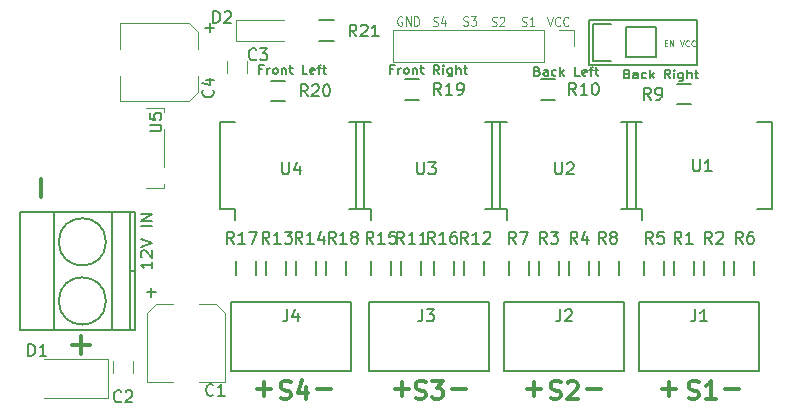
<source format=gto>
G04 #@! TF.FileFunction,Legend,Top*
%FSLAX46Y46*%
G04 Gerber Fmt 4.6, Leading zero omitted, Abs format (unit mm)*
G04 Created by KiCad (PCBNEW 4.0.6+dfsg1-1) date Mon Feb 26 19:53:53 2018*
%MOMM*%
%LPD*%
G01*
G04 APERTURE LIST*
%ADD10C,0.100000*%
%ADD11C,0.300000*%
%ADD12C,0.200000*%
%ADD13C,0.125000*%
%ADD14C,0.175000*%
%ADD15C,0.150000*%
%ADD16C,0.120000*%
G04 APERTURE END LIST*
D10*
D11*
X2083417Y17734375D02*
X2083417Y19258185D01*
D12*
X48474560Y32771280D02*
X48474560Y28971280D01*
X57674560Y32771280D02*
X48474560Y32771280D01*
X57674560Y28971280D02*
X57674560Y32771280D01*
X48474560Y28971280D02*
X57674560Y28971280D01*
D13*
X54900751Y30806994D02*
X55067417Y30806994D01*
X55138846Y30545090D02*
X54900751Y30545090D01*
X54900751Y31045090D01*
X55138846Y31045090D01*
X55353132Y30545090D02*
X55353132Y31045090D01*
X55638846Y30545090D01*
X55638846Y31045090D01*
X56186465Y31045090D02*
X56353132Y30545090D01*
X56519798Y31045090D01*
X56972179Y30592709D02*
X56948369Y30568899D01*
X56876941Y30545090D01*
X56829322Y30545090D01*
X56757893Y30568899D01*
X56710274Y30616518D01*
X56686465Y30664137D01*
X56662655Y30759375D01*
X56662655Y30830804D01*
X56686465Y30926042D01*
X56710274Y30973661D01*
X56757893Y31021280D01*
X56829322Y31045090D01*
X56876941Y31045090D01*
X56948369Y31021280D01*
X56972179Y30997470D01*
X57472179Y30592709D02*
X57448369Y30568899D01*
X57376941Y30545090D01*
X57329322Y30545090D01*
X57257893Y30568899D01*
X57210274Y30616518D01*
X57186465Y30664137D01*
X57162655Y30759375D01*
X57162655Y30830804D01*
X57186465Y30926042D01*
X57210274Y30973661D01*
X57257893Y31021280D01*
X57329322Y31045090D01*
X57376941Y31045090D01*
X57448369Y31021280D01*
X57472179Y30997470D01*
D14*
X31938749Y28579280D02*
X31672082Y28579280D01*
X31672082Y28212613D02*
X31672082Y28912613D01*
X32053035Y28912613D01*
X32357796Y28212613D02*
X32357796Y28679280D01*
X32357796Y28545947D02*
X32395891Y28612613D01*
X32433987Y28645947D01*
X32510177Y28679280D01*
X32586368Y28679280D01*
X32967320Y28212613D02*
X32891129Y28245947D01*
X32853034Y28279280D01*
X32814939Y28345947D01*
X32814939Y28545947D01*
X32853034Y28612613D01*
X32891129Y28645947D01*
X32967320Y28679280D01*
X33081606Y28679280D01*
X33157796Y28645947D01*
X33195891Y28612613D01*
X33233987Y28545947D01*
X33233987Y28345947D01*
X33195891Y28279280D01*
X33157796Y28245947D01*
X33081606Y28212613D01*
X32967320Y28212613D01*
X33576844Y28679280D02*
X33576844Y28212613D01*
X33576844Y28612613D02*
X33614939Y28645947D01*
X33691130Y28679280D01*
X33805416Y28679280D01*
X33881606Y28645947D01*
X33919701Y28579280D01*
X33919701Y28212613D01*
X34186368Y28679280D02*
X34491130Y28679280D01*
X34300654Y28912613D02*
X34300654Y28312613D01*
X34338749Y28245947D01*
X34414940Y28212613D01*
X34491130Y28212613D01*
X35824464Y28212613D02*
X35557797Y28545947D01*
X35367321Y28212613D02*
X35367321Y28912613D01*
X35672083Y28912613D01*
X35748274Y28879280D01*
X35786369Y28845947D01*
X35824464Y28779280D01*
X35824464Y28679280D01*
X35786369Y28612613D01*
X35748274Y28579280D01*
X35672083Y28545947D01*
X35367321Y28545947D01*
X36167321Y28212613D02*
X36167321Y28679280D01*
X36167321Y28912613D02*
X36129226Y28879280D01*
X36167321Y28845947D01*
X36205416Y28879280D01*
X36167321Y28912613D01*
X36167321Y28845947D01*
X36891130Y28679280D02*
X36891130Y28112613D01*
X36853035Y28045947D01*
X36814940Y28012613D01*
X36738749Y27979280D01*
X36624464Y27979280D01*
X36548273Y28012613D01*
X36891130Y28245947D02*
X36814940Y28212613D01*
X36662559Y28212613D01*
X36586368Y28245947D01*
X36548273Y28279280D01*
X36510178Y28345947D01*
X36510178Y28545947D01*
X36548273Y28612613D01*
X36586368Y28645947D01*
X36662559Y28679280D01*
X36814940Y28679280D01*
X36891130Y28645947D01*
X37272083Y28212613D02*
X37272083Y28912613D01*
X37614940Y28212613D02*
X37614940Y28579280D01*
X37576845Y28645947D01*
X37500655Y28679280D01*
X37386369Y28679280D01*
X37310178Y28645947D01*
X37272083Y28612613D01*
X37881607Y28679280D02*
X38186369Y28679280D01*
X37995893Y28912613D02*
X37995893Y28312613D01*
X38033988Y28245947D01*
X38110179Y28212613D01*
X38186369Y28212613D01*
X51725321Y28198280D02*
X51839607Y28164947D01*
X51877702Y28131613D01*
X51915797Y28064947D01*
X51915797Y27964947D01*
X51877702Y27898280D01*
X51839607Y27864947D01*
X51763416Y27831613D01*
X51458654Y27831613D01*
X51458654Y28531613D01*
X51725321Y28531613D01*
X51801511Y28498280D01*
X51839607Y28464947D01*
X51877702Y28398280D01*
X51877702Y28331613D01*
X51839607Y28264947D01*
X51801511Y28231613D01*
X51725321Y28198280D01*
X51458654Y28198280D01*
X52601511Y27831613D02*
X52601511Y28198280D01*
X52563416Y28264947D01*
X52487226Y28298280D01*
X52334845Y28298280D01*
X52258654Y28264947D01*
X52601511Y27864947D02*
X52525321Y27831613D01*
X52334845Y27831613D01*
X52258654Y27864947D01*
X52220559Y27931613D01*
X52220559Y27998280D01*
X52258654Y28064947D01*
X52334845Y28098280D01*
X52525321Y28098280D01*
X52601511Y28131613D01*
X53325321Y27864947D02*
X53249131Y27831613D01*
X53096750Y27831613D01*
X53020559Y27864947D01*
X52982464Y27898280D01*
X52944369Y27964947D01*
X52944369Y28164947D01*
X52982464Y28231613D01*
X53020559Y28264947D01*
X53096750Y28298280D01*
X53249131Y28298280D01*
X53325321Y28264947D01*
X53668178Y27831613D02*
X53668178Y28531613D01*
X53744369Y28098280D02*
X53972940Y27831613D01*
X53972940Y28298280D02*
X53668178Y28031613D01*
X55382464Y27831613D02*
X55115797Y28164947D01*
X54925321Y27831613D02*
X54925321Y28531613D01*
X55230083Y28531613D01*
X55306274Y28498280D01*
X55344369Y28464947D01*
X55382464Y28398280D01*
X55382464Y28298280D01*
X55344369Y28231613D01*
X55306274Y28198280D01*
X55230083Y28164947D01*
X54925321Y28164947D01*
X55725321Y27831613D02*
X55725321Y28298280D01*
X55725321Y28531613D02*
X55687226Y28498280D01*
X55725321Y28464947D01*
X55763416Y28498280D01*
X55725321Y28531613D01*
X55725321Y28464947D01*
X56449130Y28298280D02*
X56449130Y27731613D01*
X56411035Y27664947D01*
X56372940Y27631613D01*
X56296749Y27598280D01*
X56182464Y27598280D01*
X56106273Y27631613D01*
X56449130Y27864947D02*
X56372940Y27831613D01*
X56220559Y27831613D01*
X56144368Y27864947D01*
X56106273Y27898280D01*
X56068178Y27964947D01*
X56068178Y28164947D01*
X56106273Y28231613D01*
X56144368Y28264947D01*
X56220559Y28298280D01*
X56372940Y28298280D01*
X56449130Y28264947D01*
X56830083Y27831613D02*
X56830083Y28531613D01*
X57172940Y27831613D02*
X57172940Y28198280D01*
X57134845Y28264947D01*
X57058655Y28298280D01*
X56944369Y28298280D01*
X56868178Y28264947D01*
X56830083Y28231613D01*
X57439607Y28298280D02*
X57744369Y28298280D01*
X57553893Y28531613D02*
X57553893Y27931613D01*
X57591988Y27864947D01*
X57668179Y27831613D01*
X57744369Y27831613D01*
X44117417Y28421280D02*
X44231703Y28387947D01*
X44269798Y28354613D01*
X44307893Y28287947D01*
X44307893Y28187947D01*
X44269798Y28121280D01*
X44231703Y28087947D01*
X44155512Y28054613D01*
X43850750Y28054613D01*
X43850750Y28754613D01*
X44117417Y28754613D01*
X44193607Y28721280D01*
X44231703Y28687947D01*
X44269798Y28621280D01*
X44269798Y28554613D01*
X44231703Y28487947D01*
X44193607Y28454613D01*
X44117417Y28421280D01*
X43850750Y28421280D01*
X44993607Y28054613D02*
X44993607Y28421280D01*
X44955512Y28487947D01*
X44879322Y28521280D01*
X44726941Y28521280D01*
X44650750Y28487947D01*
X44993607Y28087947D02*
X44917417Y28054613D01*
X44726941Y28054613D01*
X44650750Y28087947D01*
X44612655Y28154613D01*
X44612655Y28221280D01*
X44650750Y28287947D01*
X44726941Y28321280D01*
X44917417Y28321280D01*
X44993607Y28354613D01*
X45717417Y28087947D02*
X45641227Y28054613D01*
X45488846Y28054613D01*
X45412655Y28087947D01*
X45374560Y28121280D01*
X45336465Y28187947D01*
X45336465Y28387947D01*
X45374560Y28454613D01*
X45412655Y28487947D01*
X45488846Y28521280D01*
X45641227Y28521280D01*
X45717417Y28487947D01*
X46060274Y28054613D02*
X46060274Y28754613D01*
X46136465Y28321280D02*
X46365036Y28054613D01*
X46365036Y28521280D02*
X46060274Y28254613D01*
X47698370Y28054613D02*
X47317417Y28054613D01*
X47317417Y28754613D01*
X48269798Y28087947D02*
X48193608Y28054613D01*
X48041227Y28054613D01*
X47965036Y28087947D01*
X47926941Y28154613D01*
X47926941Y28421280D01*
X47965036Y28487947D01*
X48041227Y28521280D01*
X48193608Y28521280D01*
X48269798Y28487947D01*
X48307893Y28421280D01*
X48307893Y28354613D01*
X47926941Y28287947D01*
X48536464Y28521280D02*
X48841226Y28521280D01*
X48650750Y28054613D02*
X48650750Y28654613D01*
X48688845Y28721280D01*
X48765036Y28754613D01*
X48841226Y28754613D01*
X48993607Y28521280D02*
X49298369Y28521280D01*
X49107893Y28754613D02*
X49107893Y28154613D01*
X49145988Y28087947D01*
X49222179Y28054613D01*
X49298369Y28054613D01*
X20838845Y28579280D02*
X20572178Y28579280D01*
X20572178Y28212613D02*
X20572178Y28912613D01*
X20953131Y28912613D01*
X21257892Y28212613D02*
X21257892Y28679280D01*
X21257892Y28545947D02*
X21295987Y28612613D01*
X21334083Y28645947D01*
X21410273Y28679280D01*
X21486464Y28679280D01*
X21867416Y28212613D02*
X21791225Y28245947D01*
X21753130Y28279280D01*
X21715035Y28345947D01*
X21715035Y28545947D01*
X21753130Y28612613D01*
X21791225Y28645947D01*
X21867416Y28679280D01*
X21981702Y28679280D01*
X22057892Y28645947D01*
X22095987Y28612613D01*
X22134083Y28545947D01*
X22134083Y28345947D01*
X22095987Y28279280D01*
X22057892Y28245947D01*
X21981702Y28212613D01*
X21867416Y28212613D01*
X22476940Y28679280D02*
X22476940Y28212613D01*
X22476940Y28612613D02*
X22515035Y28645947D01*
X22591226Y28679280D01*
X22705512Y28679280D01*
X22781702Y28645947D01*
X22819797Y28579280D01*
X22819797Y28212613D01*
X23086464Y28679280D02*
X23391226Y28679280D01*
X23200750Y28912613D02*
X23200750Y28312613D01*
X23238845Y28245947D01*
X23315036Y28212613D01*
X23391226Y28212613D01*
X24648370Y28212613D02*
X24267417Y28212613D01*
X24267417Y28912613D01*
X25219798Y28245947D02*
X25143608Y28212613D01*
X24991227Y28212613D01*
X24915036Y28245947D01*
X24876941Y28312613D01*
X24876941Y28579280D01*
X24915036Y28645947D01*
X24991227Y28679280D01*
X25143608Y28679280D01*
X25219798Y28645947D01*
X25257893Y28579280D01*
X25257893Y28512613D01*
X24876941Y28445947D01*
X25486464Y28679280D02*
X25791226Y28679280D01*
X25600750Y28212613D02*
X25600750Y28812613D01*
X25638845Y28879280D01*
X25715036Y28912613D01*
X25791226Y28912613D01*
X25943607Y28679280D02*
X26248369Y28679280D01*
X26057893Y28912613D02*
X26057893Y28312613D01*
X26095988Y28245947D01*
X26172179Y28212613D01*
X26248369Y28212613D01*
D15*
X16696465Y32521899D02*
X16696465Y33521899D01*
X16934560Y33521899D01*
X17077418Y33474280D01*
X17172656Y33379042D01*
X17220275Y33283804D01*
X17267894Y33093328D01*
X17267894Y32950470D01*
X17220275Y32759994D01*
X17172656Y32664756D01*
X17077418Y32569518D01*
X16934560Y32521899D01*
X16696465Y32521899D01*
X17648846Y33426661D02*
X17696465Y33474280D01*
X17791703Y33521899D01*
X18029799Y33521899D01*
X18125037Y33474280D01*
X18172656Y33426661D01*
X18220275Y33331423D01*
X18220275Y33236185D01*
X18172656Y33093328D01*
X17601227Y32521899D01*
X18220275Y32521899D01*
D13*
X44949227Y33031375D02*
X45182560Y32231375D01*
X45415893Y33031375D01*
X46049227Y32307566D02*
X46015893Y32269470D01*
X45915893Y32231375D01*
X45849227Y32231375D01*
X45749227Y32269470D01*
X45682560Y32345661D01*
X45649227Y32421851D01*
X45615893Y32574232D01*
X45615893Y32688518D01*
X45649227Y32840899D01*
X45682560Y32917090D01*
X45749227Y32993280D01*
X45849227Y33031375D01*
X45915893Y33031375D01*
X46015893Y32993280D01*
X46049227Y32955185D01*
X46749227Y32307566D02*
X46715893Y32269470D01*
X46615893Y32231375D01*
X46549227Y32231375D01*
X46449227Y32269470D01*
X46382560Y32345661D01*
X46349227Y32421851D01*
X46315893Y32574232D01*
X46315893Y32688518D01*
X46349227Y32840899D01*
X46382560Y32917090D01*
X46449227Y32993280D01*
X46549227Y33031375D01*
X46615893Y33031375D01*
X46715893Y32993280D01*
X46749227Y32955185D01*
X32649227Y33020780D02*
X32582561Y33058875D01*
X32482561Y33058875D01*
X32382561Y33020780D01*
X32315894Y32944590D01*
X32282561Y32868399D01*
X32249227Y32716018D01*
X32249227Y32601732D01*
X32282561Y32449351D01*
X32315894Y32373161D01*
X32382561Y32296970D01*
X32482561Y32258875D01*
X32549227Y32258875D01*
X32649227Y32296970D01*
X32682561Y32335066D01*
X32682561Y32601732D01*
X32549227Y32601732D01*
X32982561Y32258875D02*
X32982561Y33058875D01*
X33382561Y32258875D01*
X33382561Y33058875D01*
X33715894Y32258875D02*
X33715894Y33058875D01*
X33882560Y33058875D01*
X33982560Y33020780D01*
X34049227Y32944590D01*
X34082560Y32868399D01*
X34115894Y32716018D01*
X34115894Y32601732D01*
X34082560Y32449351D01*
X34049227Y32373161D01*
X33982560Y32296970D01*
X33882560Y32258875D01*
X33715894Y32258875D01*
D11*
X60043132Y1498137D02*
X61185989Y1498137D01*
X56931703Y744137D02*
X57145989Y672709D01*
X57503132Y672709D01*
X57645989Y744137D01*
X57717418Y815566D01*
X57788846Y958423D01*
X57788846Y1101280D01*
X57717418Y1244137D01*
X57645989Y1315566D01*
X57503132Y1386994D01*
X57217418Y1458423D01*
X57074560Y1529851D01*
X57003132Y1601280D01*
X56931703Y1744137D01*
X56931703Y1886994D01*
X57003132Y2029851D01*
X57074560Y2101280D01*
X57217418Y2172709D01*
X57574560Y2172709D01*
X57788846Y2101280D01*
X59217417Y672709D02*
X58360274Y672709D01*
X58788846Y672709D02*
X58788846Y2172709D01*
X58645989Y1958423D01*
X58503131Y1815566D01*
X58360274Y1744137D01*
X54709132Y1498137D02*
X55851989Y1498137D01*
X55280560Y926709D02*
X55280560Y2069566D01*
X48359132Y1498137D02*
X49501989Y1498137D01*
X45247703Y744137D02*
X45461989Y672709D01*
X45819132Y672709D01*
X45961989Y744137D01*
X46033418Y815566D01*
X46104846Y958423D01*
X46104846Y1101280D01*
X46033418Y1244137D01*
X45961989Y1315566D01*
X45819132Y1386994D01*
X45533418Y1458423D01*
X45390560Y1529851D01*
X45319132Y1601280D01*
X45247703Y1744137D01*
X45247703Y1886994D01*
X45319132Y2029851D01*
X45390560Y2101280D01*
X45533418Y2172709D01*
X45890560Y2172709D01*
X46104846Y2101280D01*
X46676274Y2029851D02*
X46747703Y2101280D01*
X46890560Y2172709D01*
X47247703Y2172709D01*
X47390560Y2101280D01*
X47461989Y2029851D01*
X47533417Y1886994D01*
X47533417Y1744137D01*
X47461989Y1529851D01*
X46604846Y672709D01*
X47533417Y672709D01*
X43279132Y1498137D02*
X44421989Y1498137D01*
X43850560Y926709D02*
X43850560Y2069566D01*
X36929132Y1498137D02*
X38071989Y1498137D01*
X33817703Y744137D02*
X34031989Y672709D01*
X34389132Y672709D01*
X34531989Y744137D01*
X34603418Y815566D01*
X34674846Y958423D01*
X34674846Y1101280D01*
X34603418Y1244137D01*
X34531989Y1315566D01*
X34389132Y1386994D01*
X34103418Y1458423D01*
X33960560Y1529851D01*
X33889132Y1601280D01*
X33817703Y1744137D01*
X33817703Y1886994D01*
X33889132Y2029851D01*
X33960560Y2101280D01*
X34103418Y2172709D01*
X34460560Y2172709D01*
X34674846Y2101280D01*
X35174846Y2172709D02*
X36103417Y2172709D01*
X35603417Y1601280D01*
X35817703Y1601280D01*
X35960560Y1529851D01*
X36031989Y1458423D01*
X36103417Y1315566D01*
X36103417Y958423D01*
X36031989Y815566D01*
X35960560Y744137D01*
X35817703Y672709D01*
X35389131Y672709D01*
X35246274Y744137D01*
X35174846Y815566D01*
X32103132Y1498137D02*
X33245989Y1498137D01*
X32674560Y926709D02*
X32674560Y2069566D01*
X22387703Y744137D02*
X22601989Y672709D01*
X22959132Y672709D01*
X23101989Y744137D01*
X23173418Y815566D01*
X23244846Y958423D01*
X23244846Y1101280D01*
X23173418Y1244137D01*
X23101989Y1315566D01*
X22959132Y1386994D01*
X22673418Y1458423D01*
X22530560Y1529851D01*
X22459132Y1601280D01*
X22387703Y1744137D01*
X22387703Y1886994D01*
X22459132Y2029851D01*
X22530560Y2101280D01*
X22673418Y2172709D01*
X23030560Y2172709D01*
X23244846Y2101280D01*
X24530560Y1672709D02*
X24530560Y672709D01*
X24173417Y2244137D02*
X23816274Y1172709D01*
X24744846Y1172709D01*
X25499132Y1498137D02*
X26641989Y1498137D01*
X20419132Y1498137D02*
X21561989Y1498137D01*
X20990560Y926709D02*
X20990560Y2069566D01*
D13*
X35316226Y32269470D02*
X35416226Y32231375D01*
X35582893Y32231375D01*
X35649560Y32269470D01*
X35682893Y32307566D01*
X35716226Y32383756D01*
X35716226Y32459947D01*
X35682893Y32536137D01*
X35649560Y32574232D01*
X35582893Y32612328D01*
X35449560Y32650423D01*
X35382893Y32688518D01*
X35349560Y32726613D01*
X35316226Y32802804D01*
X35316226Y32878994D01*
X35349560Y32955185D01*
X35382893Y32993280D01*
X35449560Y33031375D01*
X35616226Y33031375D01*
X35716226Y32993280D01*
X36316227Y32764709D02*
X36316227Y32231375D01*
X36149560Y33069470D02*
X35982893Y32498042D01*
X36416227Y32498042D01*
X37856226Y32296970D02*
X37956226Y32258875D01*
X38122893Y32258875D01*
X38189560Y32296970D01*
X38222893Y32335066D01*
X38256226Y32411256D01*
X38256226Y32487447D01*
X38222893Y32563637D01*
X38189560Y32601732D01*
X38122893Y32639828D01*
X37989560Y32677923D01*
X37922893Y32716018D01*
X37889560Y32754113D01*
X37856226Y32830304D01*
X37856226Y32906494D01*
X37889560Y32982685D01*
X37922893Y33020780D01*
X37989560Y33058875D01*
X38156226Y33058875D01*
X38256226Y33020780D01*
X38489560Y33058875D02*
X38922893Y33058875D01*
X38689560Y32754113D01*
X38789560Y32754113D01*
X38856227Y32716018D01*
X38889560Y32677923D01*
X38922893Y32601732D01*
X38922893Y32411256D01*
X38889560Y32335066D01*
X38856227Y32296970D01*
X38789560Y32258875D01*
X38589560Y32258875D01*
X38522893Y32296970D01*
X38489560Y32335066D01*
X40269226Y32269470D02*
X40369226Y32231375D01*
X40535893Y32231375D01*
X40602560Y32269470D01*
X40635893Y32307566D01*
X40669226Y32383756D01*
X40669226Y32459947D01*
X40635893Y32536137D01*
X40602560Y32574232D01*
X40535893Y32612328D01*
X40402560Y32650423D01*
X40335893Y32688518D01*
X40302560Y32726613D01*
X40269226Y32802804D01*
X40269226Y32878994D01*
X40302560Y32955185D01*
X40335893Y32993280D01*
X40402560Y33031375D01*
X40569226Y33031375D01*
X40669226Y32993280D01*
X40935893Y32955185D02*
X40969227Y32993280D01*
X41035893Y33031375D01*
X41202560Y33031375D01*
X41269227Y32993280D01*
X41302560Y32955185D01*
X41335893Y32878994D01*
X41335893Y32802804D01*
X41302560Y32688518D01*
X40902560Y32231375D01*
X41335893Y32231375D01*
X42809226Y32269470D02*
X42909226Y32231375D01*
X43075893Y32231375D01*
X43142560Y32269470D01*
X43175893Y32307566D01*
X43209226Y32383756D01*
X43209226Y32459947D01*
X43175893Y32536137D01*
X43142560Y32574232D01*
X43075893Y32612328D01*
X42942560Y32650423D01*
X42875893Y32688518D01*
X42842560Y32726613D01*
X42809226Y32802804D01*
X42809226Y32878994D01*
X42842560Y32955185D01*
X42875893Y32993280D01*
X42942560Y33031375D01*
X43109226Y33031375D01*
X43209226Y32993280D01*
X43875893Y32231375D02*
X43475893Y32231375D01*
X43675893Y32231375D02*
X43675893Y33031375D01*
X43609227Y32917090D01*
X43542560Y32840899D01*
X43475893Y32802804D01*
D11*
X4734655Y5272423D02*
X6258465Y5272423D01*
X5496560Y4510518D02*
X5496560Y6034328D01*
D16*
X8800560Y32464280D02*
X8800560Y30284280D01*
X8800560Y25864280D02*
X8800560Y28044280D01*
X15400560Y31704280D02*
X15400560Y30284280D01*
X15400560Y26624280D02*
X15400560Y28044280D01*
X8800560Y32464280D02*
X14640560Y32464280D01*
X14640560Y32464280D02*
X15400560Y31704280D01*
X15400560Y26624280D02*
X14640560Y25864280D01*
X14640560Y25864280D02*
X8800560Y25864280D01*
X11086560Y2115280D02*
X13266560Y2115280D01*
X17686560Y2115280D02*
X15506560Y2115280D01*
X11846560Y8715280D02*
X13266560Y8715280D01*
X16926560Y8715280D02*
X15506560Y8715280D01*
X11086560Y2115280D02*
X11086560Y7955280D01*
X11086560Y7955280D02*
X11846560Y8715280D01*
X16926560Y8715280D02*
X17686560Y7955280D01*
X17686560Y7955280D02*
X17686560Y2115280D01*
D15*
X9596560Y11471280D02*
X10096560Y11471280D01*
X7596560Y13971280D02*
G75*
G03X7596560Y13971280I-2000000J0D01*
G01*
X7596560Y8971280D02*
G75*
G03X7596560Y8971280I-2000000J0D01*
G01*
X8096560Y6471280D02*
X8096560Y16471280D01*
X3196560Y6471280D02*
X3196560Y16471280D01*
X9596560Y6471280D02*
X9596560Y16471280D01*
X10096560Y6471280D02*
X10096560Y16471280D01*
X10096560Y16471280D02*
X296560Y16471280D01*
X296560Y16471280D02*
X296560Y6471280D01*
X296560Y6471280D02*
X10096560Y6471280D01*
X29880560Y8844280D02*
X40040560Y8844280D01*
X40040560Y3002280D02*
X29880560Y3002280D01*
X29880560Y3002280D02*
X29880560Y8844280D01*
X40040560Y3002280D02*
X40040560Y8844280D01*
X17240760Y16785880D02*
X18510760Y16785880D01*
X17240760Y24135880D02*
X18510760Y24135880D01*
X29450760Y24135880D02*
X28180760Y24135880D01*
X29450760Y16785880D02*
X28180760Y16785880D01*
X17240760Y16785880D02*
X17240760Y24135880D01*
X29450760Y16785880D02*
X29450760Y24135880D01*
X18510760Y16785880D02*
X18510760Y15850880D01*
D16*
X7774560Y721280D02*
X7774560Y4021280D01*
X7774560Y4021280D02*
X2374560Y4021280D01*
X7774560Y721280D02*
X2374560Y721280D01*
X31905760Y31880880D02*
X31905760Y29220880D01*
X44665760Y31880880D02*
X31905760Y31880880D01*
X44665760Y29220880D02*
X31905760Y29220880D01*
X44665760Y31880880D02*
X44665760Y29220880D01*
X45935760Y31880880D02*
X47265760Y31880880D01*
X47265760Y31880880D02*
X47265760Y30550880D01*
X18574560Y32721280D02*
X18574560Y31021280D01*
X18624560Y31021280D02*
X22674560Y31021280D01*
X18624560Y32721280D02*
X22674560Y32721280D01*
D15*
X28740760Y16785880D02*
X30010760Y16785880D01*
X28740760Y24135880D02*
X30010760Y24135880D01*
X40950760Y24135880D02*
X39680760Y24135880D01*
X40950760Y16785880D02*
X39680760Y16785880D01*
X28740760Y16785880D02*
X28740760Y24135880D01*
X40950760Y16785880D02*
X40950760Y24135880D01*
X30010760Y16785880D02*
X30010760Y15850880D01*
X40240760Y16785880D02*
X41510760Y16785880D01*
X40240760Y24135880D02*
X41510760Y24135880D01*
X52450760Y24135880D02*
X51180760Y24135880D01*
X52450760Y16785880D02*
X51180760Y16785880D01*
X40240760Y16785880D02*
X40240760Y24135880D01*
X52450760Y16785880D02*
X52450760Y24135880D01*
X41510760Y16785880D02*
X41510760Y15850880D01*
X51740760Y16785880D02*
X53010760Y16785880D01*
X51740760Y24135880D02*
X53010760Y24135880D01*
X63950760Y24135880D02*
X62680760Y24135880D01*
X63950760Y16785880D02*
X62680760Y16785880D01*
X51740760Y16785880D02*
X51740760Y24135880D01*
X63950760Y16785880D02*
X63950760Y24135880D01*
X53010760Y16785880D02*
X53010760Y15850880D01*
X52740560Y8844280D02*
X62900560Y8844280D01*
X62900560Y3002280D02*
X52740560Y3002280D01*
X52740560Y3002280D02*
X52740560Y8844280D01*
X62900560Y3002280D02*
X62900560Y8844280D01*
X41310560Y8844280D02*
X51470560Y8844280D01*
X51470560Y3002280D02*
X41310560Y3002280D01*
X41310560Y3002280D02*
X41310560Y8844280D01*
X51470560Y3002280D02*
X51470560Y8844280D01*
X18196560Y8844280D02*
X28356560Y8844280D01*
X28356560Y3002280D02*
X18196560Y3002280D01*
X18196560Y3002280D02*
X18196560Y8844280D01*
X28356560Y3002280D02*
X28356560Y8844280D01*
X25674560Y32746280D02*
X26874560Y32746280D01*
X26874560Y30996280D02*
X25674560Y30996280D01*
X55675560Y11165280D02*
X55675560Y12365280D01*
X57425560Y12365280D02*
X57425560Y11165280D01*
X58215560Y11165280D02*
X58215560Y12365280D01*
X59965560Y12365280D02*
X59965560Y11165280D01*
X44245560Y11165280D02*
X44245560Y12365280D01*
X45995560Y12365280D02*
X45995560Y11165280D01*
X46785560Y11165280D02*
X46785560Y12365280D01*
X48535560Y12365280D02*
X48535560Y11165280D01*
X53135560Y11165280D02*
X53135560Y12365280D01*
X54885560Y12365280D02*
X54885560Y11165280D01*
X62505560Y12365280D02*
X62505560Y11165280D01*
X60755560Y11165280D02*
X60755560Y12365280D01*
X41705560Y11165280D02*
X41705560Y12365280D01*
X43455560Y12365280D02*
X43455560Y11165280D01*
X51075560Y12365280D02*
X51075560Y11165280D01*
X49325560Y11165280D02*
X49325560Y12365280D01*
X55950560Y27372280D02*
X57150560Y27372280D01*
X57150560Y25622280D02*
X55950560Y25622280D01*
X44435760Y27775880D02*
X45635760Y27775880D01*
X45635760Y26025880D02*
X44435760Y26025880D01*
X32561560Y11165280D02*
X32561560Y12365280D01*
X34311560Y12365280D02*
X34311560Y11165280D01*
X35355560Y11165280D02*
X35355560Y12365280D01*
X37105560Y12365280D02*
X37105560Y11165280D01*
X21131560Y11165280D02*
X21131560Y12365280D01*
X22881560Y12365280D02*
X22881560Y11165280D01*
X23671560Y11165280D02*
X23671560Y12365280D01*
X25421560Y12365280D02*
X25421560Y11165280D01*
X30021560Y11165280D02*
X30021560Y12365280D01*
X31771560Y12365280D02*
X31771560Y11165280D01*
X39645560Y12365280D02*
X39645560Y11165280D01*
X37895560Y11165280D02*
X37895560Y12365280D01*
X18591560Y11165280D02*
X18591560Y12365280D01*
X20341560Y12365280D02*
X20341560Y11165280D01*
X27961560Y12365280D02*
X27961560Y11165280D01*
X26211560Y11165280D02*
X26211560Y12365280D01*
X32935760Y27775880D02*
X34135760Y27775880D01*
X34135760Y26025880D02*
X32935760Y26025880D01*
X21535760Y27625880D02*
X22735760Y27625880D01*
X22735760Y25875880D02*
X21535760Y25875880D01*
X51644560Y32141280D02*
X54184560Y32141280D01*
X48824560Y32421280D02*
X50374560Y32421280D01*
X51644560Y32141280D02*
X51644560Y29601280D01*
X50374560Y29321280D02*
X48824560Y29321280D01*
X48824560Y29321280D02*
X48824560Y32421280D01*
X51644560Y29601280D02*
X54184560Y29601280D01*
X54184560Y29601280D02*
X54184560Y32141280D01*
D16*
X9902560Y2883280D02*
X9902560Y3883280D01*
X8202560Y3883280D02*
X8202560Y2883280D01*
X17854560Y29283280D02*
X17854560Y28283280D01*
X19554560Y28283280D02*
X19554560Y29283280D01*
X12484560Y18885280D02*
X12484560Y18535280D01*
X12484560Y18535280D02*
X10984560Y18535280D01*
X12484560Y23535280D02*
X12484560Y20335280D01*
X10984560Y25335280D02*
X12484560Y25335280D01*
X12484560Y25335280D02*
X12484560Y24935280D01*
D15*
X16648703Y26838614D02*
X16696322Y26790995D01*
X16743941Y26648138D01*
X16743941Y26552900D01*
X16696322Y26410042D01*
X16601084Y26314804D01*
X16505846Y26267185D01*
X16315370Y26219566D01*
X16172512Y26219566D01*
X15982036Y26267185D01*
X15886798Y26314804D01*
X15791560Y26410042D01*
X15743941Y26552900D01*
X15743941Y26648138D01*
X15791560Y26790995D01*
X15839179Y26838614D01*
X16077274Y27695757D02*
X16743941Y27695757D01*
X15696322Y27457661D02*
X16410608Y27219566D01*
X16410608Y27838614D01*
X15999608Y32102851D02*
X16761513Y32102851D01*
X16380561Y31721899D02*
X16380561Y32483804D01*
X16682894Y1038137D02*
X16635275Y990518D01*
X16492418Y942899D01*
X16397180Y942899D01*
X16254322Y990518D01*
X16159084Y1085756D01*
X16111465Y1180994D01*
X16063846Y1371470D01*
X16063846Y1514328D01*
X16111465Y1704804D01*
X16159084Y1800042D01*
X16254322Y1895280D01*
X16397180Y1942899D01*
X16492418Y1942899D01*
X16635275Y1895280D01*
X16682894Y1847661D01*
X17635275Y942899D02*
X17063846Y942899D01*
X17349560Y942899D02*
X17349560Y1942899D01*
X17254322Y1800042D01*
X17159084Y1704804D01*
X17063846Y1657185D01*
X11447989Y9314328D02*
X11447989Y10076233D01*
X11828941Y9695281D02*
X11067036Y9695281D01*
X11536941Y12289376D02*
X11536941Y11717947D01*
X11536941Y12003661D02*
X10536941Y12003661D01*
X10679798Y11908423D01*
X10775036Y11813185D01*
X10822655Y11717947D01*
X10632179Y12670328D02*
X10584560Y12717947D01*
X10536941Y12813185D01*
X10536941Y13051281D01*
X10584560Y13146519D01*
X10632179Y13194138D01*
X10727417Y13241757D01*
X10822655Y13241757D01*
X10965512Y13194138D01*
X11536941Y12622709D01*
X11536941Y13241757D01*
X10536941Y13527471D02*
X11536941Y13860804D01*
X10536941Y14194138D01*
X11536941Y15289376D02*
X10536941Y15289376D01*
X11536941Y15765566D02*
X10536941Y15765566D01*
X11536941Y16336995D01*
X10536941Y16336995D01*
X34373227Y8248899D02*
X34373227Y7534613D01*
X34325607Y7391756D01*
X34230369Y7296518D01*
X34087512Y7248899D01*
X33992274Y7248899D01*
X34754179Y8248899D02*
X35373227Y8248899D01*
X35039893Y7867947D01*
X35182751Y7867947D01*
X35277989Y7820328D01*
X35325608Y7772709D01*
X35373227Y7677470D01*
X35373227Y7439375D01*
X35325608Y7344137D01*
X35277989Y7296518D01*
X35182751Y7248899D01*
X34897036Y7248899D01*
X34801798Y7296518D01*
X34754179Y7344137D01*
X22514655Y20694899D02*
X22514655Y19885375D01*
X22562274Y19790137D01*
X22609893Y19742518D01*
X22705131Y19694899D01*
X22895608Y19694899D01*
X22990846Y19742518D01*
X23038465Y19790137D01*
X23086084Y19885375D01*
X23086084Y20694899D01*
X23990846Y20361566D02*
X23990846Y19694899D01*
X23752750Y20742518D02*
X23514655Y20028232D01*
X24133703Y20028232D01*
X1036465Y4318899D02*
X1036465Y5318899D01*
X1274560Y5318899D01*
X1417418Y5271280D01*
X1512656Y5176042D01*
X1560275Y5080804D01*
X1607894Y4890328D01*
X1607894Y4747470D01*
X1560275Y4556994D01*
X1512656Y4461756D01*
X1417418Y4366518D01*
X1274560Y4318899D01*
X1036465Y4318899D01*
X2560275Y4318899D02*
X1988846Y4318899D01*
X2274560Y4318899D02*
X2274560Y5318899D01*
X2179322Y5176042D01*
X2084084Y5080804D01*
X1988846Y5033185D01*
X33944655Y20694899D02*
X33944655Y19885375D01*
X33992274Y19790137D01*
X34039893Y19742518D01*
X34135131Y19694899D01*
X34325608Y19694899D01*
X34420846Y19742518D01*
X34468465Y19790137D01*
X34516084Y19885375D01*
X34516084Y20694899D01*
X34897036Y20694899D02*
X35516084Y20694899D01*
X35182750Y20313947D01*
X35325608Y20313947D01*
X35420846Y20266328D01*
X35468465Y20218709D01*
X35516084Y20123470D01*
X35516084Y19885375D01*
X35468465Y19790137D01*
X35420846Y19742518D01*
X35325608Y19694899D01*
X35039893Y19694899D01*
X34944655Y19742518D01*
X34897036Y19790137D01*
X45628655Y20694899D02*
X45628655Y19885375D01*
X45676274Y19790137D01*
X45723893Y19742518D01*
X45819131Y19694899D01*
X46009608Y19694899D01*
X46104846Y19742518D01*
X46152465Y19790137D01*
X46200084Y19885375D01*
X46200084Y20694899D01*
X46628655Y20599661D02*
X46676274Y20647280D01*
X46771512Y20694899D01*
X47009608Y20694899D01*
X47104846Y20647280D01*
X47152465Y20599661D01*
X47200084Y20504423D01*
X47200084Y20409185D01*
X47152465Y20266328D01*
X46581036Y19694899D01*
X47200084Y19694899D01*
X57312655Y20948899D02*
X57312655Y20139375D01*
X57360274Y20044137D01*
X57407893Y19996518D01*
X57503131Y19948899D01*
X57693608Y19948899D01*
X57788846Y19996518D01*
X57836465Y20044137D01*
X57884084Y20139375D01*
X57884084Y20948899D01*
X58884084Y19948899D02*
X58312655Y19948899D01*
X58598369Y19948899D02*
X58598369Y20948899D01*
X58503131Y20806042D01*
X58407893Y20710804D01*
X58312655Y20663185D01*
X57487227Y8248899D02*
X57487227Y7534613D01*
X57439607Y7391756D01*
X57344369Y7296518D01*
X57201512Y7248899D01*
X57106274Y7248899D01*
X58487227Y7248899D02*
X57915798Y7248899D01*
X58201512Y7248899D02*
X58201512Y8248899D01*
X58106274Y8106042D01*
X58011036Y8010804D01*
X57915798Y7963185D01*
X46057227Y8248899D02*
X46057227Y7534613D01*
X46009607Y7391756D01*
X45914369Y7296518D01*
X45771512Y7248899D01*
X45676274Y7248899D01*
X46485798Y8153661D02*
X46533417Y8201280D01*
X46628655Y8248899D01*
X46866751Y8248899D01*
X46961989Y8201280D01*
X47009608Y8153661D01*
X47057227Y8058423D01*
X47057227Y7963185D01*
X47009608Y7820328D01*
X46438179Y7248899D01*
X47057227Y7248899D01*
X22943227Y8248899D02*
X22943227Y7534613D01*
X22895607Y7391756D01*
X22800369Y7296518D01*
X22657512Y7248899D01*
X22562274Y7248899D01*
X23847989Y7915566D02*
X23847989Y7248899D01*
X23609893Y8296518D02*
X23371798Y7582232D01*
X23990846Y7582232D01*
X28792503Y31361299D02*
X28459169Y31837490D01*
X28221074Y31361299D02*
X28221074Y32361299D01*
X28602027Y32361299D01*
X28697265Y32313680D01*
X28744884Y32266061D01*
X28792503Y32170823D01*
X28792503Y32027966D01*
X28744884Y31932728D01*
X28697265Y31885109D01*
X28602027Y31837490D01*
X28221074Y31837490D01*
X29173455Y32266061D02*
X29221074Y32313680D01*
X29316312Y32361299D01*
X29554408Y32361299D01*
X29649646Y32313680D01*
X29697265Y32266061D01*
X29744884Y32170823D01*
X29744884Y32075585D01*
X29697265Y31932728D01*
X29125836Y31361299D01*
X29744884Y31361299D01*
X30697265Y31361299D02*
X30125836Y31361299D01*
X30411550Y31361299D02*
X30411550Y32361299D01*
X30316312Y32218442D01*
X30221074Y32123204D01*
X30125836Y32075585D01*
X56307894Y13818899D02*
X55974560Y14295090D01*
X55736465Y13818899D02*
X55736465Y14818899D01*
X56117418Y14818899D01*
X56212656Y14771280D01*
X56260275Y14723661D01*
X56307894Y14628423D01*
X56307894Y14485566D01*
X56260275Y14390328D01*
X56212656Y14342709D01*
X56117418Y14295090D01*
X55736465Y14295090D01*
X57260275Y13818899D02*
X56688846Y13818899D01*
X56974560Y13818899D02*
X56974560Y14818899D01*
X56879322Y14676042D01*
X56784084Y14580804D01*
X56688846Y14533185D01*
X58907894Y13818899D02*
X58574560Y14295090D01*
X58336465Y13818899D02*
X58336465Y14818899D01*
X58717418Y14818899D01*
X58812656Y14771280D01*
X58860275Y14723661D01*
X58907894Y14628423D01*
X58907894Y14485566D01*
X58860275Y14390328D01*
X58812656Y14342709D01*
X58717418Y14295090D01*
X58336465Y14295090D01*
X59288846Y14723661D02*
X59336465Y14771280D01*
X59431703Y14818899D01*
X59669799Y14818899D01*
X59765037Y14771280D01*
X59812656Y14723661D01*
X59860275Y14628423D01*
X59860275Y14533185D01*
X59812656Y14390328D01*
X59241227Y13818899D01*
X59860275Y13818899D01*
X44907894Y13818899D02*
X44574560Y14295090D01*
X44336465Y13818899D02*
X44336465Y14818899D01*
X44717418Y14818899D01*
X44812656Y14771280D01*
X44860275Y14723661D01*
X44907894Y14628423D01*
X44907894Y14485566D01*
X44860275Y14390328D01*
X44812656Y14342709D01*
X44717418Y14295090D01*
X44336465Y14295090D01*
X45241227Y14818899D02*
X45860275Y14818899D01*
X45526941Y14437947D01*
X45669799Y14437947D01*
X45765037Y14390328D01*
X45812656Y14342709D01*
X45860275Y14247470D01*
X45860275Y14009375D01*
X45812656Y13914137D01*
X45765037Y13866518D01*
X45669799Y13818899D01*
X45384084Y13818899D01*
X45288846Y13866518D01*
X45241227Y13914137D01*
X47507894Y13818899D02*
X47174560Y14295090D01*
X46936465Y13818899D02*
X46936465Y14818899D01*
X47317418Y14818899D01*
X47412656Y14771280D01*
X47460275Y14723661D01*
X47507894Y14628423D01*
X47507894Y14485566D01*
X47460275Y14390328D01*
X47412656Y14342709D01*
X47317418Y14295090D01*
X46936465Y14295090D01*
X48365037Y14485566D02*
X48365037Y13818899D01*
X48126941Y14866518D02*
X47888846Y14152232D01*
X48507894Y14152232D01*
X53907894Y13818899D02*
X53574560Y14295090D01*
X53336465Y13818899D02*
X53336465Y14818899D01*
X53717418Y14818899D01*
X53812656Y14771280D01*
X53860275Y14723661D01*
X53907894Y14628423D01*
X53907894Y14485566D01*
X53860275Y14390328D01*
X53812656Y14342709D01*
X53717418Y14295090D01*
X53336465Y14295090D01*
X54812656Y14818899D02*
X54336465Y14818899D01*
X54288846Y14342709D01*
X54336465Y14390328D01*
X54431703Y14437947D01*
X54669799Y14437947D01*
X54765037Y14390328D01*
X54812656Y14342709D01*
X54860275Y14247470D01*
X54860275Y14009375D01*
X54812656Y13914137D01*
X54765037Y13866518D01*
X54669799Y13818899D01*
X54431703Y13818899D01*
X54336465Y13866518D01*
X54288846Y13914137D01*
X61507894Y13818899D02*
X61174560Y14295090D01*
X60936465Y13818899D02*
X60936465Y14818899D01*
X61317418Y14818899D01*
X61412656Y14771280D01*
X61460275Y14723661D01*
X61507894Y14628423D01*
X61507894Y14485566D01*
X61460275Y14390328D01*
X61412656Y14342709D01*
X61317418Y14295090D01*
X60936465Y14295090D01*
X62365037Y14818899D02*
X62174560Y14818899D01*
X62079322Y14771280D01*
X62031703Y14723661D01*
X61936465Y14580804D01*
X61888846Y14390328D01*
X61888846Y14009375D01*
X61936465Y13914137D01*
X61984084Y13866518D01*
X62079322Y13818899D01*
X62269799Y13818899D01*
X62365037Y13866518D01*
X62412656Y13914137D01*
X62460275Y14009375D01*
X62460275Y14247470D01*
X62412656Y14342709D01*
X62365037Y14390328D01*
X62269799Y14437947D01*
X62079322Y14437947D01*
X61984084Y14390328D01*
X61936465Y14342709D01*
X61888846Y14247470D01*
X42307894Y13818899D02*
X41974560Y14295090D01*
X41736465Y13818899D02*
X41736465Y14818899D01*
X42117418Y14818899D01*
X42212656Y14771280D01*
X42260275Y14723661D01*
X42307894Y14628423D01*
X42307894Y14485566D01*
X42260275Y14390328D01*
X42212656Y14342709D01*
X42117418Y14295090D01*
X41736465Y14295090D01*
X42641227Y14818899D02*
X43307894Y14818899D01*
X42879322Y13818899D01*
X49907894Y13818899D02*
X49574560Y14295090D01*
X49336465Y13818899D02*
X49336465Y14818899D01*
X49717418Y14818899D01*
X49812656Y14771280D01*
X49860275Y14723661D01*
X49907894Y14628423D01*
X49907894Y14485566D01*
X49860275Y14390328D01*
X49812656Y14342709D01*
X49717418Y14295090D01*
X49336465Y14295090D01*
X50479322Y14390328D02*
X50384084Y14437947D01*
X50336465Y14485566D01*
X50288846Y14580804D01*
X50288846Y14628423D01*
X50336465Y14723661D01*
X50384084Y14771280D01*
X50479322Y14818899D01*
X50669799Y14818899D01*
X50765037Y14771280D01*
X50812656Y14723661D01*
X50860275Y14628423D01*
X50860275Y14580804D01*
X50812656Y14485566D01*
X50765037Y14437947D01*
X50669799Y14390328D01*
X50479322Y14390328D01*
X50384084Y14342709D01*
X50336465Y14295090D01*
X50288846Y14199851D01*
X50288846Y14009375D01*
X50336465Y13914137D01*
X50384084Y13866518D01*
X50479322Y13818899D01*
X50669799Y13818899D01*
X50765037Y13866518D01*
X50812656Y13914137D01*
X50860275Y14009375D01*
X50860275Y14199851D01*
X50812656Y14295090D01*
X50765037Y14342709D01*
X50669799Y14390328D01*
X53731694Y26022299D02*
X53398360Y26498490D01*
X53160265Y26022299D02*
X53160265Y27022299D01*
X53541218Y27022299D01*
X53636456Y26974680D01*
X53684075Y26927061D01*
X53731694Y26831823D01*
X53731694Y26688966D01*
X53684075Y26593728D01*
X53636456Y26546109D01*
X53541218Y26498490D01*
X53160265Y26498490D01*
X54207884Y26022299D02*
X54398360Y26022299D01*
X54493599Y26069918D01*
X54541218Y26117537D01*
X54636456Y26260394D01*
X54684075Y26450870D01*
X54684075Y26831823D01*
X54636456Y26927061D01*
X54588837Y26974680D01*
X54493599Y27022299D01*
X54303122Y27022299D01*
X54207884Y26974680D01*
X54160265Y26927061D01*
X54112646Y26831823D01*
X54112646Y26593728D01*
X54160265Y26498490D01*
X54207884Y26450870D01*
X54303122Y26403251D01*
X54493599Y26403251D01*
X54588837Y26450870D01*
X54636456Y26498490D01*
X54684075Y26593728D01*
X47398703Y26425899D02*
X47065369Y26902090D01*
X46827274Y26425899D02*
X46827274Y27425899D01*
X47208227Y27425899D01*
X47303465Y27378280D01*
X47351084Y27330661D01*
X47398703Y27235423D01*
X47398703Y27092566D01*
X47351084Y26997328D01*
X47303465Y26949709D01*
X47208227Y26902090D01*
X46827274Y26902090D01*
X48351084Y26425899D02*
X47779655Y26425899D01*
X48065369Y26425899D02*
X48065369Y27425899D01*
X47970131Y27283042D01*
X47874893Y27187804D01*
X47779655Y27140185D01*
X48970131Y27425899D02*
X49065370Y27425899D01*
X49160608Y27378280D01*
X49208227Y27330661D01*
X49255846Y27235423D01*
X49303465Y27044947D01*
X49303465Y26806851D01*
X49255846Y26616375D01*
X49208227Y26521137D01*
X49160608Y26473518D01*
X49065370Y26425899D01*
X48970131Y26425899D01*
X48874893Y26473518D01*
X48827274Y26521137D01*
X48779655Y26616375D01*
X48732036Y26806851D01*
X48732036Y27044947D01*
X48779655Y27235423D01*
X48827274Y27330661D01*
X48874893Y27378280D01*
X48970131Y27425899D01*
X32831703Y13818899D02*
X32498369Y14295090D01*
X32260274Y13818899D02*
X32260274Y14818899D01*
X32641227Y14818899D01*
X32736465Y14771280D01*
X32784084Y14723661D01*
X32831703Y14628423D01*
X32831703Y14485566D01*
X32784084Y14390328D01*
X32736465Y14342709D01*
X32641227Y14295090D01*
X32260274Y14295090D01*
X33784084Y13818899D02*
X33212655Y13818899D01*
X33498369Y13818899D02*
X33498369Y14818899D01*
X33403131Y14676042D01*
X33307893Y14580804D01*
X33212655Y14533185D01*
X34736465Y13818899D02*
X34165036Y13818899D01*
X34450750Y13818899D02*
X34450750Y14818899D01*
X34355512Y14676042D01*
X34260274Y14580804D01*
X34165036Y14533185D01*
X38231703Y13818899D02*
X37898369Y14295090D01*
X37660274Y13818899D02*
X37660274Y14818899D01*
X38041227Y14818899D01*
X38136465Y14771280D01*
X38184084Y14723661D01*
X38231703Y14628423D01*
X38231703Y14485566D01*
X38184084Y14390328D01*
X38136465Y14342709D01*
X38041227Y14295090D01*
X37660274Y14295090D01*
X39184084Y13818899D02*
X38612655Y13818899D01*
X38898369Y13818899D02*
X38898369Y14818899D01*
X38803131Y14676042D01*
X38707893Y14580804D01*
X38612655Y14533185D01*
X39565036Y14723661D02*
X39612655Y14771280D01*
X39707893Y14818899D01*
X39945989Y14818899D01*
X40041227Y14771280D01*
X40088846Y14723661D01*
X40136465Y14628423D01*
X40136465Y14533185D01*
X40088846Y14390328D01*
X39517417Y13818899D01*
X40136465Y13818899D01*
X21431703Y13818899D02*
X21098369Y14295090D01*
X20860274Y13818899D02*
X20860274Y14818899D01*
X21241227Y14818899D01*
X21336465Y14771280D01*
X21384084Y14723661D01*
X21431703Y14628423D01*
X21431703Y14485566D01*
X21384084Y14390328D01*
X21336465Y14342709D01*
X21241227Y14295090D01*
X20860274Y14295090D01*
X22384084Y13818899D02*
X21812655Y13818899D01*
X22098369Y13818899D02*
X22098369Y14818899D01*
X22003131Y14676042D01*
X21907893Y14580804D01*
X21812655Y14533185D01*
X22717417Y14818899D02*
X23336465Y14818899D01*
X23003131Y14437947D01*
X23145989Y14437947D01*
X23241227Y14390328D01*
X23288846Y14342709D01*
X23336465Y14247470D01*
X23336465Y14009375D01*
X23288846Y13914137D01*
X23241227Y13866518D01*
X23145989Y13818899D01*
X22860274Y13818899D01*
X22765036Y13866518D01*
X22717417Y13914137D01*
X24231703Y13818899D02*
X23898369Y14295090D01*
X23660274Y13818899D02*
X23660274Y14818899D01*
X24041227Y14818899D01*
X24136465Y14771280D01*
X24184084Y14723661D01*
X24231703Y14628423D01*
X24231703Y14485566D01*
X24184084Y14390328D01*
X24136465Y14342709D01*
X24041227Y14295090D01*
X23660274Y14295090D01*
X25184084Y13818899D02*
X24612655Y13818899D01*
X24898369Y13818899D02*
X24898369Y14818899D01*
X24803131Y14676042D01*
X24707893Y14580804D01*
X24612655Y14533185D01*
X26041227Y14485566D02*
X26041227Y13818899D01*
X25803131Y14866518D02*
X25565036Y14152232D01*
X26184084Y14152232D01*
X30231703Y13818899D02*
X29898369Y14295090D01*
X29660274Y13818899D02*
X29660274Y14818899D01*
X30041227Y14818899D01*
X30136465Y14771280D01*
X30184084Y14723661D01*
X30231703Y14628423D01*
X30231703Y14485566D01*
X30184084Y14390328D01*
X30136465Y14342709D01*
X30041227Y14295090D01*
X29660274Y14295090D01*
X31184084Y13818899D02*
X30612655Y13818899D01*
X30898369Y13818899D02*
X30898369Y14818899D01*
X30803131Y14676042D01*
X30707893Y14580804D01*
X30612655Y14533185D01*
X32088846Y14818899D02*
X31612655Y14818899D01*
X31565036Y14342709D01*
X31612655Y14390328D01*
X31707893Y14437947D01*
X31945989Y14437947D01*
X32041227Y14390328D01*
X32088846Y14342709D01*
X32136465Y14247470D01*
X32136465Y14009375D01*
X32088846Y13914137D01*
X32041227Y13866518D01*
X31945989Y13818899D01*
X31707893Y13818899D01*
X31612655Y13866518D01*
X31565036Y13914137D01*
X35431703Y13818899D02*
X35098369Y14295090D01*
X34860274Y13818899D02*
X34860274Y14818899D01*
X35241227Y14818899D01*
X35336465Y14771280D01*
X35384084Y14723661D01*
X35431703Y14628423D01*
X35431703Y14485566D01*
X35384084Y14390328D01*
X35336465Y14342709D01*
X35241227Y14295090D01*
X34860274Y14295090D01*
X36384084Y13818899D02*
X35812655Y13818899D01*
X36098369Y13818899D02*
X36098369Y14818899D01*
X36003131Y14676042D01*
X35907893Y14580804D01*
X35812655Y14533185D01*
X37241227Y14818899D02*
X37050750Y14818899D01*
X36955512Y14771280D01*
X36907893Y14723661D01*
X36812655Y14580804D01*
X36765036Y14390328D01*
X36765036Y14009375D01*
X36812655Y13914137D01*
X36860274Y13866518D01*
X36955512Y13818899D01*
X37145989Y13818899D01*
X37241227Y13866518D01*
X37288846Y13914137D01*
X37336465Y14009375D01*
X37336465Y14247470D01*
X37288846Y14342709D01*
X37241227Y14390328D01*
X37145989Y14437947D01*
X36955512Y14437947D01*
X36860274Y14390328D01*
X36812655Y14342709D01*
X36765036Y14247470D01*
X18431703Y13818899D02*
X18098369Y14295090D01*
X17860274Y13818899D02*
X17860274Y14818899D01*
X18241227Y14818899D01*
X18336465Y14771280D01*
X18384084Y14723661D01*
X18431703Y14628423D01*
X18431703Y14485566D01*
X18384084Y14390328D01*
X18336465Y14342709D01*
X18241227Y14295090D01*
X17860274Y14295090D01*
X19384084Y13818899D02*
X18812655Y13818899D01*
X19098369Y13818899D02*
X19098369Y14818899D01*
X19003131Y14676042D01*
X18907893Y14580804D01*
X18812655Y14533185D01*
X19717417Y14818899D02*
X20384084Y14818899D01*
X19955512Y13818899D01*
X27031703Y13818899D02*
X26698369Y14295090D01*
X26460274Y13818899D02*
X26460274Y14818899D01*
X26841227Y14818899D01*
X26936465Y14771280D01*
X26984084Y14723661D01*
X27031703Y14628423D01*
X27031703Y14485566D01*
X26984084Y14390328D01*
X26936465Y14342709D01*
X26841227Y14295090D01*
X26460274Y14295090D01*
X27984084Y13818899D02*
X27412655Y13818899D01*
X27698369Y13818899D02*
X27698369Y14818899D01*
X27603131Y14676042D01*
X27507893Y14580804D01*
X27412655Y14533185D01*
X28555512Y14390328D02*
X28460274Y14437947D01*
X28412655Y14485566D01*
X28365036Y14580804D01*
X28365036Y14628423D01*
X28412655Y14723661D01*
X28460274Y14771280D01*
X28555512Y14818899D01*
X28745989Y14818899D01*
X28841227Y14771280D01*
X28888846Y14723661D01*
X28936465Y14628423D01*
X28936465Y14580804D01*
X28888846Y14485566D01*
X28841227Y14437947D01*
X28745989Y14390328D01*
X28555512Y14390328D01*
X28460274Y14342709D01*
X28412655Y14295090D01*
X28365036Y14199851D01*
X28365036Y14009375D01*
X28412655Y13914137D01*
X28460274Y13866518D01*
X28555512Y13818899D01*
X28745989Y13818899D01*
X28841227Y13866518D01*
X28888846Y13914137D01*
X28936465Y14009375D01*
X28936465Y14199851D01*
X28888846Y14295090D01*
X28841227Y14342709D01*
X28745989Y14390328D01*
X35968703Y26425899D02*
X35635369Y26902090D01*
X35397274Y26425899D02*
X35397274Y27425899D01*
X35778227Y27425899D01*
X35873465Y27378280D01*
X35921084Y27330661D01*
X35968703Y27235423D01*
X35968703Y27092566D01*
X35921084Y26997328D01*
X35873465Y26949709D01*
X35778227Y26902090D01*
X35397274Y26902090D01*
X36921084Y26425899D02*
X36349655Y26425899D01*
X36635369Y26425899D02*
X36635369Y27425899D01*
X36540131Y27283042D01*
X36444893Y27187804D01*
X36349655Y27140185D01*
X37397274Y26425899D02*
X37587750Y26425899D01*
X37682989Y26473518D01*
X37730608Y26521137D01*
X37825846Y26663994D01*
X37873465Y26854470D01*
X37873465Y27235423D01*
X37825846Y27330661D01*
X37778227Y27378280D01*
X37682989Y27425899D01*
X37492512Y27425899D01*
X37397274Y27378280D01*
X37349655Y27330661D01*
X37302036Y27235423D01*
X37302036Y26997328D01*
X37349655Y26902090D01*
X37397274Y26854470D01*
X37492512Y26806851D01*
X37682989Y26806851D01*
X37778227Y26854470D01*
X37825846Y26902090D01*
X37873465Y26997328D01*
X24665703Y26298899D02*
X24332369Y26775090D01*
X24094274Y26298899D02*
X24094274Y27298899D01*
X24475227Y27298899D01*
X24570465Y27251280D01*
X24618084Y27203661D01*
X24665703Y27108423D01*
X24665703Y26965566D01*
X24618084Y26870328D01*
X24570465Y26822709D01*
X24475227Y26775090D01*
X24094274Y26775090D01*
X25046655Y27203661D02*
X25094274Y27251280D01*
X25189512Y27298899D01*
X25427608Y27298899D01*
X25522846Y27251280D01*
X25570465Y27203661D01*
X25618084Y27108423D01*
X25618084Y27013185D01*
X25570465Y26870328D01*
X24999036Y26298899D01*
X25618084Y26298899D01*
X26237131Y27298899D02*
X26332370Y27298899D01*
X26427608Y27251280D01*
X26475227Y27203661D01*
X26522846Y27108423D01*
X26570465Y26917947D01*
X26570465Y26679851D01*
X26522846Y26489375D01*
X26475227Y26394137D01*
X26427608Y26346518D01*
X26332370Y26298899D01*
X26237131Y26298899D01*
X26141893Y26346518D01*
X26094274Y26394137D01*
X26046655Y26489375D01*
X25999036Y26679851D01*
X25999036Y26917947D01*
X26046655Y27108423D01*
X26094274Y27203661D01*
X26141893Y27251280D01*
X26237131Y27298899D01*
X8885894Y486137D02*
X8838275Y438518D01*
X8695418Y390899D01*
X8600180Y390899D01*
X8457322Y438518D01*
X8362084Y533756D01*
X8314465Y628994D01*
X8266846Y819470D01*
X8266846Y962328D01*
X8314465Y1152804D01*
X8362084Y1248042D01*
X8457322Y1343280D01*
X8600180Y1390899D01*
X8695418Y1390899D01*
X8838275Y1343280D01*
X8885894Y1295661D01*
X9266846Y1295661D02*
X9314465Y1343280D01*
X9409703Y1390899D01*
X9647799Y1390899D01*
X9743037Y1343280D01*
X9790656Y1295661D01*
X9838275Y1200423D01*
X9838275Y1105185D01*
X9790656Y962328D01*
X9219227Y390899D01*
X9838275Y390899D01*
X20315894Y29442137D02*
X20268275Y29394518D01*
X20125418Y29346899D01*
X20030180Y29346899D01*
X19887322Y29394518D01*
X19792084Y29489756D01*
X19744465Y29584994D01*
X19696846Y29775470D01*
X19696846Y29918328D01*
X19744465Y30108804D01*
X19792084Y30204042D01*
X19887322Y30299280D01*
X20030180Y30346899D01*
X20125418Y30346899D01*
X20268275Y30299280D01*
X20315894Y30251661D01*
X20649227Y30346899D02*
X21268275Y30346899D01*
X20934941Y29965947D01*
X21077799Y29965947D01*
X21173037Y29918328D01*
X21220656Y29870709D01*
X21268275Y29775470D01*
X21268275Y29537375D01*
X21220656Y29442137D01*
X21173037Y29394518D01*
X21077799Y29346899D01*
X20792084Y29346899D01*
X20696846Y29394518D01*
X20649227Y29442137D01*
X11298941Y23322375D02*
X12108465Y23322375D01*
X12203703Y23369994D01*
X12251322Y23417613D01*
X12298941Y23512851D01*
X12298941Y23703328D01*
X12251322Y23798566D01*
X12203703Y23846185D01*
X12108465Y23893804D01*
X11298941Y23893804D01*
X11298941Y24846185D02*
X11298941Y24369994D01*
X11775131Y24322375D01*
X11727512Y24369994D01*
X11679893Y24465232D01*
X11679893Y24703328D01*
X11727512Y24798566D01*
X11775131Y24846185D01*
X11870370Y24893804D01*
X12108465Y24893804D01*
X12203703Y24846185D01*
X12251322Y24798566D01*
X12298941Y24703328D01*
X12298941Y24465232D01*
X12251322Y24369994D01*
X12203703Y24322375D01*
M02*

</source>
